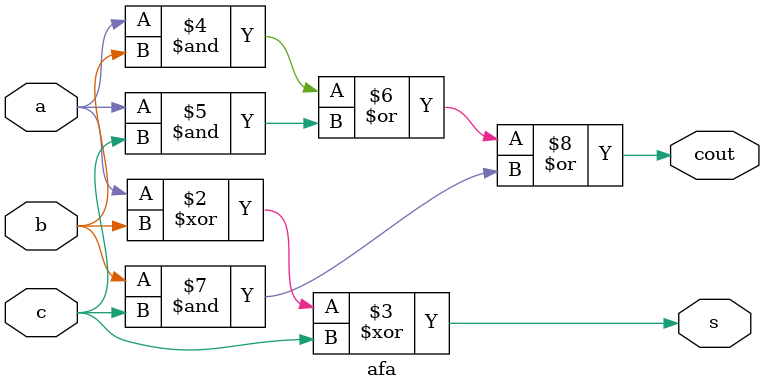
<source format=v>
module afa(
    input a , b , c,
    output reg cout , s 
);

always @ (a or b or c)
begin
    s = a ^ b ^ c;
    cout = (a&b) | (a&c) | (b&c);
end

endmodule

</source>
